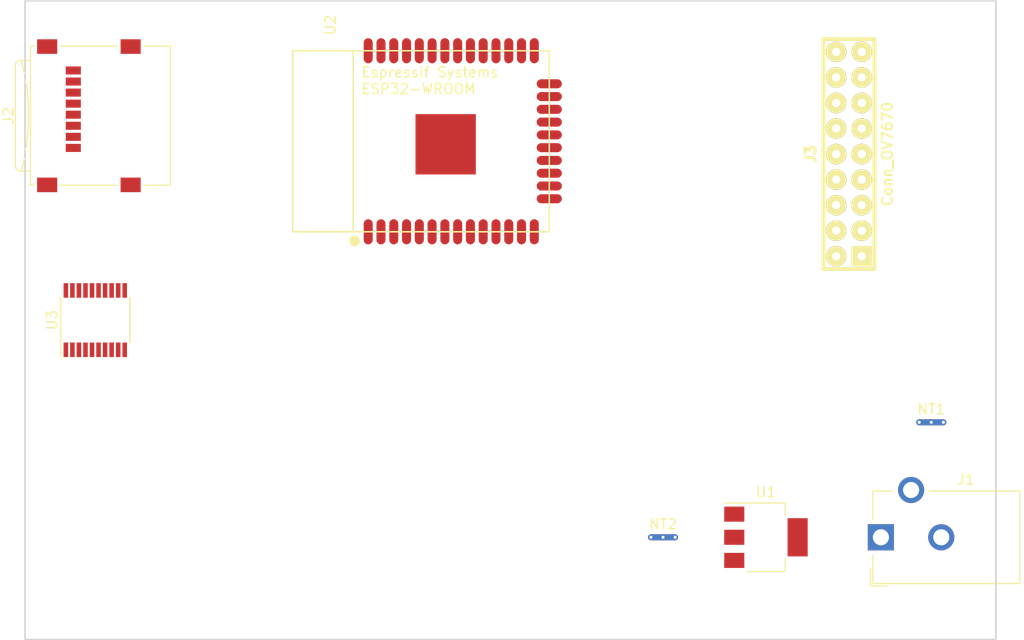
<source format=kicad_pcb>
(kicad_pcb (version 20171130) (host pcbnew 5.0.1-33cea8e~68~ubuntu18.04.1)

  (general
    (thickness 1.6)
    (drawings 1)
    (tracks 0)
    (zones 0)
    (modules 8)
    (nets 55)
  )

  (page A4)
  (layers
    (0 F.Cu signal)
    (31 B.Cu signal)
    (32 B.Adhes user)
    (33 F.Adhes user)
    (34 B.Paste user)
    (35 F.Paste user)
    (36 B.SilkS user)
    (37 F.SilkS user)
    (38 B.Mask user)
    (39 F.Mask user)
    (40 Dwgs.User user)
    (41 Cmts.User user)
    (42 Eco1.User user)
    (43 Eco2.User user)
    (44 Edge.Cuts user)
    (45 Margin user)
    (46 B.CrtYd user)
    (47 F.CrtYd user)
    (48 B.Fab user)
    (49 F.Fab user)
  )

  (setup
    (last_trace_width 0.25)
    (trace_clearance 0.2)
    (zone_clearance 0.508)
    (zone_45_only no)
    (trace_min 0.2)
    (segment_width 0.2)
    (edge_width 0.15)
    (via_size 0.8)
    (via_drill 0.4)
    (via_min_size 0.4)
    (via_min_drill 0.3)
    (uvia_size 0.3)
    (uvia_drill 0.1)
    (uvias_allowed no)
    (uvia_min_size 0.2)
    (uvia_min_drill 0.1)
    (pcb_text_width 0.3)
    (pcb_text_size 1.5 1.5)
    (mod_edge_width 0.15)
    (mod_text_size 1 1)
    (mod_text_width 0.15)
    (pad_size 1.524 1.524)
    (pad_drill 0.762)
    (pad_to_mask_clearance 0.051)
    (solder_mask_min_width 0.25)
    (aux_axis_origin 0 0)
    (visible_elements FFFFFF7F)
    (pcbplotparams
      (layerselection 0x010fc_ffffffff)
      (usegerberextensions false)
      (usegerberattributes false)
      (usegerberadvancedattributes false)
      (creategerberjobfile false)
      (excludeedgelayer true)
      (linewidth 0.100000)
      (plotframeref false)
      (viasonmask false)
      (mode 1)
      (useauxorigin false)
      (hpglpennumber 1)
      (hpglpenspeed 20)
      (hpglpendiameter 15.000000)
      (psnegative false)
      (psa4output false)
      (plotreference true)
      (plotvalue true)
      (plotinvisibletext false)
      (padsonsilk false)
      (subtractmaskfromsilk false)
      (outputformat 1)
      (mirror false)
      (drillshape 1)
      (scaleselection 1)
      (outputdirectory ""))
  )

  (net 0 "")
  (net 1 /MISO)
  (net 2 /SCK)
  (net 3 /MOSI)
  (net 4 /SS)
  (net 5 "Net-(J1-Pad1)")
  (net 6 GND)
  (net 7 GNDD)
  (net 8 GNDA)
  (net 9 +3V3)
  (net 10 +3.3VDAC)
  (net 11 "Net-(U2-Pad35)")
  (net 12 "Net-(U2-Pad34)")
  (net 13 "Net-(U2-Pad32)")
  (net 14 "Net-(U2-Pad25)")
  (net 15 "Net-(U2-Pad22)")
  (net 16 "Net-(U2-Pad21)")
  (net 17 "Net-(U2-Pad20)")
  (net 18 "Net-(U2-Pad19)")
  (net 19 "Net-(U2-Pad18)")
  (net 20 "Net-(U2-Pad17)")
  (net 21 "Net-(U2-Pad5)")
  (net 22 "Net-(U2-Pad4)")
  (net 23 "Net-(U2-Pad39)")
  (net 24 "Net-(U3-Pad1)")
  (net 25 "Net-(U3-Pad2)")
  (net 26 "Net-(U3-Pad3)")
  (net 27 "Net-(U3-Pad4)")
  (net 28 "Net-(U3-Pad5)")
  (net 29 "Net-(U3-Pad6)")
  (net 30 "Net-(U3-Pad7)")
  (net 31 "Net-(U3-Pad18)")
  (net 32 "Net-(J2-Pad9)")
  (net 33 "Net-(J2-Pad8)")
  (net 34 "Net-(J2-Pad1)")
  (net 35 "Net-(NT2-Pad3)")
  (net 36 /DIN)
  (net 37 /LCK)
  (net 38 /BCK)
  (net 39 /SIOC)
  (net 40 /SIOD)
  (net 41 /VS)
  (net 42 /HS)
  (net 43 /PCLK)
  (net 44 /XCLK)
  (net 45 /D7)
  (net 46 /D6)
  (net 47 /D5)
  (net 48 /D4)
  (net 49 /D3)
  (net 50 /D2)
  (net 51 /D1)
  (net 52 /D0)
  (net 53 /RESET)
  (net 54 /PWDN)

  (net_class Default "This is the default net class."
    (clearance 0.2)
    (trace_width 0.25)
    (via_dia 0.8)
    (via_drill 0.4)
    (uvia_dia 0.3)
    (uvia_drill 0.1)
    (add_net +3.3VDAC)
    (add_net +3V3)
    (add_net /BCK)
    (add_net /D0)
    (add_net /D1)
    (add_net /D2)
    (add_net /D3)
    (add_net /D4)
    (add_net /D5)
    (add_net /D6)
    (add_net /D7)
    (add_net /DIN)
    (add_net /HS)
    (add_net /LCK)
    (add_net /MISO)
    (add_net /MOSI)
    (add_net /PCLK)
    (add_net /PWDN)
    (add_net /RESET)
    (add_net /SCK)
    (add_net /SIOC)
    (add_net /SIOD)
    (add_net /SS)
    (add_net /VS)
    (add_net /XCLK)
    (add_net GND)
    (add_net GNDA)
    (add_net GNDD)
    (add_net "Net-(J1-Pad1)")
    (add_net "Net-(J2-Pad1)")
    (add_net "Net-(J2-Pad8)")
    (add_net "Net-(J2-Pad9)")
    (add_net "Net-(NT2-Pad3)")
    (add_net "Net-(U2-Pad17)")
    (add_net "Net-(U2-Pad18)")
    (add_net "Net-(U2-Pad19)")
    (add_net "Net-(U2-Pad20)")
    (add_net "Net-(U2-Pad21)")
    (add_net "Net-(U2-Pad22)")
    (add_net "Net-(U2-Pad25)")
    (add_net "Net-(U2-Pad32)")
    (add_net "Net-(U2-Pad34)")
    (add_net "Net-(U2-Pad35)")
    (add_net "Net-(U2-Pad39)")
    (add_net "Net-(U2-Pad4)")
    (add_net "Net-(U2-Pad5)")
    (add_net "Net-(U3-Pad1)")
    (add_net "Net-(U3-Pad18)")
    (add_net "Net-(U3-Pad2)")
    (add_net "Net-(U3-Pad3)")
    (add_net "Net-(U3-Pad4)")
    (add_net "Net-(U3-Pad5)")
    (add_net "Net-(U3-Pad6)")
    (add_net "Net-(U3-Pad7)")
  )

  (module Connector_BarrelJack:BarrelJack_CUI_PJ-102AH_Horizontal (layer F.Cu) (tedit 5A1DBF38) (tstamp 5C2EED9B)
    (at 199.39 104.14 90)
    (descr "Thin-pin DC Barrel Jack, https://cdn-shop.adafruit.com/datasheets/21mmdcjackDatasheet.pdf")
    (tags "Power Jack")
    (path /5BEB3DC5)
    (fp_text reference J1 (at 5.75 8.45 180) (layer F.SilkS)
      (effects (font (size 1 1) (thickness 0.15)))
    )
    (fp_text value Barrel_Jack (at -5.5 6.2 180) (layer F.Fab)
      (effects (font (size 1 1) (thickness 0.15)))
    )
    (fp_text user %R (at 0 6.5 90) (layer F.Fab)
      (effects (font (size 1 1) (thickness 0.15)))
    )
    (fp_line (start 1.8 -1.8) (end 1.8 -1.2) (layer F.CrtYd) (width 0.05))
    (fp_line (start 1.8 -1.2) (end 5 -1.2) (layer F.CrtYd) (width 0.05))
    (fp_line (start 5 -1.2) (end 5 1.2) (layer F.CrtYd) (width 0.05))
    (fp_line (start 5 1.2) (end 6.5 1.2) (layer F.CrtYd) (width 0.05))
    (fp_line (start 6.5 1.2) (end 6.5 4.8) (layer F.CrtYd) (width 0.05))
    (fp_line (start 6.5 4.8) (end 5 4.8) (layer F.CrtYd) (width 0.05))
    (fp_line (start 5 4.8) (end 5 14.2) (layer F.CrtYd) (width 0.05))
    (fp_line (start 5 14.2) (end -5 14.2) (layer F.CrtYd) (width 0.05))
    (fp_line (start -5 14.2) (end -5 -1.2) (layer F.CrtYd) (width 0.05))
    (fp_line (start -5 -1.2) (end -1.8 -1.2) (layer F.CrtYd) (width 0.05))
    (fp_line (start -1.8 -1.2) (end -1.8 -1.8) (layer F.CrtYd) (width 0.05))
    (fp_line (start -1.8 -1.8) (end 1.8 -1.8) (layer F.CrtYd) (width 0.05))
    (fp_line (start 4.6 4.8) (end 4.6 13.8) (layer F.SilkS) (width 0.12))
    (fp_line (start 4.6 13.8) (end -4.6 13.8) (layer F.SilkS) (width 0.12))
    (fp_line (start -4.6 13.8) (end -4.6 -0.8) (layer F.SilkS) (width 0.12))
    (fp_line (start -4.6 -0.8) (end -1.8 -0.8) (layer F.SilkS) (width 0.12))
    (fp_line (start 1.8 -0.8) (end 4.6 -0.8) (layer F.SilkS) (width 0.12))
    (fp_line (start 4.6 -0.8) (end 4.6 1.2) (layer F.SilkS) (width 0.12))
    (fp_line (start -4.84 0.7) (end -4.84 -1.04) (layer F.SilkS) (width 0.12))
    (fp_line (start -4.84 -1.04) (end -3.1 -1.04) (layer F.SilkS) (width 0.12))
    (fp_line (start 4.5 -0.7) (end 4.5 13.7) (layer F.Fab) (width 0.1))
    (fp_line (start 4.5 13.7) (end -4.5 13.7) (layer F.Fab) (width 0.1))
    (fp_line (start -4.5 13.7) (end -4.5 0.3) (layer F.Fab) (width 0.1))
    (fp_line (start -4.5 0.3) (end -3.5 -0.7) (layer F.Fab) (width 0.1))
    (fp_line (start -3.5 -0.7) (end 4.5 -0.7) (layer F.Fab) (width 0.1))
    (fp_line (start -4.5 10.2) (end 4.5 10.2) (layer F.Fab) (width 0.1))
    (pad 1 thru_hole rect (at 0 0 90) (size 2.6 2.6) (drill 1.6) (layers *.Cu *.Mask)
      (net 5 "Net-(J1-Pad1)"))
    (pad 2 thru_hole circle (at 0 6 90) (size 2.6 2.6) (drill 1.6) (layers *.Cu *.Mask)
      (net 6 GND))
    (pad 3 thru_hole circle (at 4.7 3 90) (size 2.6 2.6) (drill 1.6) (layers *.Cu *.Mask))
    (model ${KISYS3DMOD}/Connector_BarrelJack.3dshapes/BarrelJack_CUI_PJ-102AH_Horizontal.wrl
      (at (xyz 0 0 0))
      (scale (xyz 1 1 1))
      (rotate (xyz 0 0 0))
    )
  )

  (module Connector_Card:microSD_HC_Wuerth_693072010801 (layer F.Cu) (tedit 5A1DBFB5) (tstamp 5C2EEDCA)
    (at 120.65 62.23 90)
    (descr http://katalog.we-online.de/em/datasheet/693072010801.pdf)
    (tags "Micro SD Wuerth Wurth Würth")
    (path /5BEAA034)
    (attr smd)
    (fp_text reference J2 (at 0 -7.99 90) (layer F.SilkS)
      (effects (font (size 1 1) (thickness 0.15)))
    )
    (fp_text value Micro_SD_Card (at 0 9.22 90) (layer F.Fab)
      (effects (font (size 1 1) (thickness 0.15)))
    )
    (fp_text user %R (at 0 1.15 90) (layer F.Fab)
      (effects (font (size 1 1) (thickness 0.15)))
    )
    (fp_line (start -6.8 8) (end 6.8 8) (layer F.Fab) (width 0.1))
    (fp_line (start -6.8 -5.7) (end -6.8 8) (layer F.Fab) (width 0.1))
    (fp_line (start 6.8 -5.7) (end -6.8 -5.7) (layer F.Fab) (width 0.1))
    (fp_line (start 6.8 8) (end 6.8 -5.7) (layer F.Fab) (width 0.1))
    (fp_line (start 5 -6.61) (end 5.5 -6.71) (layer F.SilkS) (width 0.12))
    (fp_line (start 3.7 -6.31) (end 5 -6.61) (layer F.SilkS) (width 0.12))
    (fp_line (start 2.2 -6.11) (end 3.7 -6.31) (layer F.SilkS) (width 0.12))
    (fp_line (start 0.9 -6.01) (end 2.2 -6.11) (layer F.SilkS) (width 0.12))
    (fp_line (start -0.9 -6.01) (end 0.9 -6.01) (layer F.SilkS) (width 0.12))
    (fp_line (start -2.2 -6.11) (end -0.9 -6.01) (layer F.SilkS) (width 0.12))
    (fp_line (start -3 -6.21) (end -2.2 -6.11) (layer F.SilkS) (width 0.12))
    (fp_line (start -4.7 -6.51) (end -3 -6.21) (layer F.SilkS) (width 0.12))
    (fp_line (start -5.5 -6.71) (end -4.7 -6.51) (layer F.SilkS) (width 0.12))
    (fp_line (start -5 -7.31) (end 5 -7.31) (layer F.SilkS) (width 0.12))
    (fp_line (start -5.5 -5.81) (end -5.5 -6.81) (layer F.SilkS) (width 0.12))
    (fp_line (start 5.5 -5.81) (end 5.5 -6.81) (layer F.SilkS) (width 0.12))
    (fp_line (start -6.91 -5.81) (end 6.91 -5.81) (layer F.SilkS) (width 0.12))
    (fp_line (start 6.91 8.11) (end -6.91 8.11) (layer F.SilkS) (width 0.12))
    (fp_line (start 6.91 5.41) (end 6.91 8.11) (layer F.SilkS) (width 0.12))
    (fp_line (start 6.91 -5.81) (end 6.91 -5.41) (layer F.SilkS) (width 0.12))
    (fp_line (start 6.91 -2.89) (end 6.91 2.89) (layer F.SilkS) (width 0.12))
    (fp_line (start -6.91 5.41) (end -6.91 8.11) (layer F.SilkS) (width 0.12))
    (fp_line (start -6.91 -2.89) (end -6.91 2.89) (layer F.SilkS) (width 0.12))
    (fp_line (start -6.91 -5.81) (end -6.91 -5.41) (layer F.SilkS) (width 0.12))
    (fp_line (start 8.08 -6.2) (end 8.08 8.5) (layer F.CrtYd) (width 0.05))
    (fp_line (start 8.08 -6.2) (end -8.08 -6.2) (layer F.CrtYd) (width 0.05))
    (fp_line (start 8.08 8.5) (end -8.08 8.5) (layer F.CrtYd) (width 0.05))
    (fp_line (start -8.08 -6.2) (end -8.08 8.5) (layer F.CrtYd) (width 0.05))
    (fp_arc (start 5 -6.81) (end 5 -7.31) (angle 90) (layer F.SilkS) (width 0.12))
    (fp_arc (start -5 -6.81) (end -5.5 -6.81) (angle 90) (layer F.SilkS) (width 0.12))
    (pad 9 smd rect (at 6.875 -4.15 90) (size 1.45 2) (layers F.Cu F.Paste F.Mask)
      (net 32 "Net-(J2-Pad9)"))
    (pad 9 smd rect (at -6.875 -4.15 90) (size 1.45 2) (layers F.Cu F.Paste F.Mask)
      (net 32 "Net-(J2-Pad9)"))
    (pad 9 smd rect (at -6.875 4.15 90) (size 1.45 2) (layers F.Cu F.Paste F.Mask)
      (net 32 "Net-(J2-Pad9)"))
    (pad 9 smd rect (at 6.875 4.15 90) (size 1.45 2) (layers F.Cu F.Paste F.Mask)
      (net 32 "Net-(J2-Pad9)"))
    (pad 8 smd rect (at 4.5 -1.55 90) (size 0.8 1.5) (layers F.Cu F.Paste F.Mask)
      (net 33 "Net-(J2-Pad8)"))
    (pad 7 smd rect (at 3.4 -1.55 90) (size 0.8 1.5) (layers F.Cu F.Paste F.Mask)
      (net 1 /MISO))
    (pad 6 smd rect (at 2.3 -1.55 90) (size 0.8 1.5) (layers F.Cu F.Paste F.Mask)
      (net 7 GNDD))
    (pad 5 smd rect (at 1.2 -1.55 90) (size 0.8 1.5) (layers F.Cu F.Paste F.Mask)
      (net 2 /SCK))
    (pad 4 smd rect (at 0.1 -1.55 90) (size 0.8 1.5) (layers F.Cu F.Paste F.Mask)
      (net 9 +3V3))
    (pad 3 smd rect (at -1 -1.55 90) (size 0.8 1.5) (layers F.Cu F.Paste F.Mask)
      (net 3 /MOSI))
    (pad 2 smd rect (at -2.1 -1.55 90) (size 0.8 1.5) (layers F.Cu F.Paste F.Mask)
      (net 4 /SS))
    (pad 1 smd rect (at -3.2 -1.55 90) (size 0.8 1.5) (layers F.Cu F.Paste F.Mask)
      (net 34 "Net-(J2-Pad1)"))
    (model ${KISYS3DMOD}/Connector_Card.3dshapes/microSD_HC_Wuerth_693072010801.wrl
      (offset (xyz 0 -1.149999983968733 0))
      (scale (xyz 1 1 1))
      (rotate (xyz 0 0 0))
    )
  )

  (module pin_array_2x9:pin_array_9x2 (layer F.Cu) (tedit 51BE4AF2) (tstamp 5C2EEDE4)
    (at 196.215 66.04 90)
    (descr "Double rangee de contacts 2 x 9 pins")
    (tags CONN)
    (path /5BEE9BAC)
    (fp_text reference J3 (at 0 -3.81 90) (layer F.SilkS)
      (effects (font (size 1.016 1.016) (thickness 0.254)))
    )
    (fp_text value Conn_OV7670 (at 0 3.81 90) (layer F.SilkS)
      (effects (font (size 1.016 1.016) (thickness 0.2032)))
    )
    (fp_line (start -11.43 2.54) (end 11.43 2.54) (layer F.SilkS) (width 0.381))
    (fp_line (start 11.43 -2.54) (end -11.43 -2.54) (layer F.SilkS) (width 0.381))
    (fp_line (start -11.43 -2.54) (end -11.43 2.54) (layer F.SilkS) (width 0.381))
    (fp_line (start 11.43 2.54) (end 11.43 -2.54) (layer F.SilkS) (width 0.381))
    (pad 1 thru_hole rect (at -10.16 1.27 90) (size 2.032 2.032) (drill 0.8128) (layers *.Cu *.Mask F.SilkS)
      (net 9 +3V3))
    (pad 2 thru_hole circle (at -10.16 -1.27 90) (size 2.032 2.032) (drill 0.8128) (layers *.Cu *.Mask F.SilkS)
      (net 7 GNDD))
    (pad 3 thru_hole circle (at -7.62 1.27 90) (size 2.032 2.032) (drill 0.8128) (layers *.Cu *.Mask F.SilkS)
      (net 39 /SIOC))
    (pad 4 thru_hole circle (at -7.62 -1.27 90) (size 2.032 2.032) (drill 0.8128) (layers *.Cu *.Mask F.SilkS)
      (net 40 /SIOD))
    (pad 5 thru_hole circle (at -5.08 1.27 90) (size 2.032 2.032) (drill 0.8128) (layers *.Cu *.Mask F.SilkS)
      (net 41 /VS))
    (pad 6 thru_hole circle (at -5.08 -1.27 90) (size 2.032 2.032) (drill 0.8128) (layers *.Cu *.Mask F.SilkS)
      (net 42 /HS))
    (pad 7 thru_hole circle (at -2.54 1.27 90) (size 2.032 2.032) (drill 0.8128) (layers *.Cu *.Mask F.SilkS)
      (net 43 /PCLK))
    (pad 8 thru_hole circle (at -2.54 -1.27 90) (size 2.032 2.032) (drill 0.8128) (layers *.Cu *.Mask F.SilkS)
      (net 44 /XCLK))
    (pad 9 thru_hole circle (at 0 1.27 90) (size 2.032 2.032) (drill 0.8128) (layers *.Cu *.Mask F.SilkS)
      (net 45 /D7))
    (pad 10 thru_hole circle (at 0 -1.27 90) (size 2.032 2.032) (drill 0.8128) (layers *.Cu *.Mask F.SilkS)
      (net 46 /D6))
    (pad 11 thru_hole circle (at 2.54 1.27 90) (size 2.032 2.032) (drill 0.8128) (layers *.Cu *.Mask F.SilkS)
      (net 47 /D5))
    (pad 12 thru_hole circle (at 2.54 -1.27 90) (size 2.032 2.032) (drill 0.8128) (layers *.Cu *.Mask F.SilkS)
      (net 48 /D4))
    (pad 13 thru_hole circle (at 5.08 1.27 90) (size 2.032 2.032) (drill 0.8128) (layers *.Cu *.Mask F.SilkS)
      (net 49 /D3))
    (pad 14 thru_hole circle (at 5.08 -1.27 90) (size 2.032 2.032) (drill 0.8128) (layers *.Cu *.Mask F.SilkS)
      (net 50 /D2))
    (pad 15 thru_hole circle (at 7.62 1.27 90) (size 2.032 2.032) (drill 0.8128) (layers *.Cu *.Mask F.SilkS)
      (net 51 /D1))
    (pad 16 thru_hole circle (at 7.62 -1.27 90) (size 2.032 2.032) (drill 0.8128) (layers *.Cu *.Mask F.SilkS)
      (net 52 /D0))
    (pad 17 thru_hole circle (at 10.16 1.27 90) (size 2.032 2.032) (drill 0.8128) (layers *.Cu *.Mask F.SilkS)
      (net 53 /RESET))
    (pad 18 thru_hole circle (at 10.16 -1.27 90) (size 2.032 2.032) (drill 0.8128) (layers *.Cu *.Mask F.SilkS)
      (net 54 /PWDN))
    (model pin_array/pins_array_12x2.wrl
      (at (xyz 0 0 0))
      (scale (xyz 1 1 1))
      (rotate (xyz 0 0 0))
    )
  )

  (module NetTie:NetTie-3_THT_Pad0.3mm (layer F.Cu) (tedit 5A1CFE3F) (tstamp 5C2EEDF1)
    (at 203.2 92.71)
    (descr "Net tie, 3 pin, 0.3mm round THT pads")
    (tags "net tie")
    (path /5BEB8F5C)
    (attr virtual)
    (fp_text reference NT1 (at 1.2 -1.3) (layer F.SilkS)
      (effects (font (size 1 1) (thickness 0.15)))
    )
    (fp_text value Net-GND (at 1.2 1.3) (layer F.Fab)
      (effects (font (size 1 1) (thickness 0.15)))
    )
    (fp_poly (pts (xy 0 -0.3) (xy 2.4 -0.3) (xy 2.4 0.3) (xy 0 0.3)) (layer F.Cu) (width 0))
    (fp_poly (pts (xy 0 -0.3) (xy 2.4 -0.3) (xy 2.4 0.3) (xy 0 0.3)) (layer B.Cu) (width 0))
    (fp_line (start -0.55 0.55) (end -0.55 -0.55) (layer F.CrtYd) (width 0.05))
    (fp_line (start 2.95 0.55) (end -0.55 0.55) (layer F.CrtYd) (width 0.05))
    (fp_line (start 2.95 -0.55) (end 2.95 0.55) (layer F.CrtYd) (width 0.05))
    (fp_line (start -0.55 -0.55) (end 2.95 -0.55) (layer F.CrtYd) (width 0.05))
    (pad 1 thru_hole circle (at 0 0) (size 0.6 0.6) (drill 0.3) (layers *.Cu)
      (net 8 GNDA))
    (pad 2 thru_hole circle (at 1.2 0) (size 0.6 0.6) (drill 0.3) (layers *.Cu)
      (net 7 GNDD))
    (pad 3 thru_hole circle (at 2.4 0) (size 0.6 0.6) (drill 0.3) (layers *.Cu)
      (net 6 GND))
  )

  (module NetTie:NetTie-3_THT_Pad0.3mm (layer F.Cu) (tedit 5A1CFE3F) (tstamp 5C2EEDFE)
    (at 176.53 104.14)
    (descr "Net tie, 3 pin, 0.3mm round THT pads")
    (tags "net tie")
    (path /5BEBECB7)
    (attr virtual)
    (fp_text reference NT2 (at 1.2 -1.3) (layer F.SilkS)
      (effects (font (size 1 1) (thickness 0.15)))
    )
    (fp_text value Net-VCC (at 1.2 1.3) (layer F.Fab)
      (effects (font (size 1 1) (thickness 0.15)))
    )
    (fp_line (start -0.55 -0.55) (end 2.95 -0.55) (layer F.CrtYd) (width 0.05))
    (fp_line (start 2.95 -0.55) (end 2.95 0.55) (layer F.CrtYd) (width 0.05))
    (fp_line (start 2.95 0.55) (end -0.55 0.55) (layer F.CrtYd) (width 0.05))
    (fp_line (start -0.55 0.55) (end -0.55 -0.55) (layer F.CrtYd) (width 0.05))
    (fp_poly (pts (xy 0 -0.3) (xy 2.4 -0.3) (xy 2.4 0.3) (xy 0 0.3)) (layer B.Cu) (width 0))
    (fp_poly (pts (xy 0 -0.3) (xy 2.4 -0.3) (xy 2.4 0.3) (xy 0 0.3)) (layer F.Cu) (width 0))
    (pad 3 thru_hole circle (at 2.4 0) (size 0.6 0.6) (drill 0.3) (layers *.Cu)
      (net 35 "Net-(NT2-Pad3)"))
    (pad 2 thru_hole circle (at 1.2 0) (size 0.6 0.6) (drill 0.3) (layers *.Cu)
      (net 10 +3.3VDAC))
    (pad 1 thru_hole circle (at 0 0) (size 0.6 0.6) (drill 0.3) (layers *.Cu)
      (net 9 +3V3))
  )

  (module Package_TO_SOT_SMD:SOT-223-3_TabPin2 (layer F.Cu) (tedit 5A02FF57) (tstamp 5C2EF489)
    (at 187.96 104.14)
    (descr "module CMS SOT223 4 pins")
    (tags "CMS SOT")
    (path /5BEAA468)
    (attr smd)
    (fp_text reference U1 (at 0 -4.5) (layer F.SilkS)
      (effects (font (size 1 1) (thickness 0.15)))
    )
    (fp_text value NCP1117-3.3_SOT223 (at 0 4.5) (layer F.Fab)
      (effects (font (size 1 1) (thickness 0.15)))
    )
    (fp_text user %R (at -0.975001 1.694999 90) (layer F.Fab)
      (effects (font (size 0.8 0.8) (thickness 0.12)))
    )
    (fp_line (start 1.91 3.41) (end 1.91 2.15) (layer F.SilkS) (width 0.12))
    (fp_line (start 1.91 -3.41) (end 1.91 -2.15) (layer F.SilkS) (width 0.12))
    (fp_line (start 4.4 -3.6) (end -4.4 -3.6) (layer F.CrtYd) (width 0.05))
    (fp_line (start 4.4 3.6) (end 4.4 -3.6) (layer F.CrtYd) (width 0.05))
    (fp_line (start -4.4 3.6) (end 4.4 3.6) (layer F.CrtYd) (width 0.05))
    (fp_line (start -4.4 -3.6) (end -4.4 3.6) (layer F.CrtYd) (width 0.05))
    (fp_line (start -1.85 -2.35) (end -0.85 -3.35) (layer F.Fab) (width 0.1))
    (fp_line (start -1.85 -2.35) (end -1.85 3.35) (layer F.Fab) (width 0.1))
    (fp_line (start -1.85 3.41) (end 1.91 3.41) (layer F.SilkS) (width 0.12))
    (fp_line (start -0.85 -3.35) (end 1.85 -3.35) (layer F.Fab) (width 0.1))
    (fp_line (start -4.1 -3.41) (end 1.91 -3.41) (layer F.SilkS) (width 0.12))
    (fp_line (start -1.85 3.35) (end 1.85 3.35) (layer F.Fab) (width 0.1))
    (fp_line (start 1.85 -3.35) (end 1.85 3.35) (layer F.Fab) (width 0.1))
    (pad 2 smd rect (at 3.15 0) (size 2 3.8) (layers F.Cu F.Paste F.Mask)
      (net 35 "Net-(NT2-Pad3)"))
    (pad 2 smd rect (at -3.15 0) (size 2 1.5) (layers F.Cu F.Paste F.Mask)
      (net 35 "Net-(NT2-Pad3)"))
    (pad 3 smd rect (at -3.15 2.3) (size 2 1.5) (layers F.Cu F.Paste F.Mask)
      (net 5 "Net-(J1-Pad1)"))
    (pad 1 smd rect (at -3.15 -2.3) (size 2 1.5) (layers F.Cu F.Paste F.Mask)
      (net 6 GND))
    (model ${KISYS3DMOD}/Package_TO_SOT_SMD.3dshapes/SOT-223.wrl
      (at (xyz 0 0 0))
      (scale (xyz 1 1 1))
      (rotate (xyz 0 0 0))
    )
  )

  (module ESP32-footprints-Lib:ESP32-WROOM (layer F.Cu) (tedit 57D08EA8) (tstamp 5C2EEE47)
    (at 153.67 64.77 270)
    (path /5BEA9C22)
    (fp_text reference U2 (at -11.557 9.017 270) (layer F.SilkS)
      (effects (font (size 1 1) (thickness 0.15)))
    )
    (fp_text value ESP32-WROOM (at 5.715 14.224 270) (layer F.Fab)
      (effects (font (size 1 1) (thickness 0.15)))
    )
    (fp_text user "Espressif Systems" (at -6.858 -0.889) (layer F.SilkS)
      (effects (font (size 1 1) (thickness 0.15)))
    )
    (fp_circle (center 9.906 6.604) (end 10.033 6.858) (layer F.SilkS) (width 0.5))
    (fp_text user ESP32-WROOM (at -5.207 0.254) (layer F.SilkS)
      (effects (font (size 1 1) (thickness 0.15)))
    )
    (fp_line (start -9 6.75) (end 9 6.75) (layer F.SilkS) (width 0.15))
    (fp_line (start 9 12.75) (end 9 -12.75) (layer F.SilkS) (width 0.15))
    (fp_line (start -9 12.75) (end -9 -12.75) (layer F.SilkS) (width 0.15))
    (fp_line (start -9 -12.75) (end 9 -12.75) (layer F.SilkS) (width 0.15))
    (fp_line (start -9 12.75) (end 9 12.75) (layer F.SilkS) (width 0.15))
    (pad 38 smd oval (at -9 5.25 270) (size 2.5 0.9) (layers F.Cu F.Paste F.Mask)
      (net 7 GNDD))
    (pad 37 smd oval (at -9 3.98 270) (size 2.5 0.9) (layers F.Cu F.Paste F.Mask)
      (net 3 /MOSI))
    (pad 36 smd oval (at -9 2.71 270) (size 2.5 0.9) (layers F.Cu F.Paste F.Mask)
      (net 39 /SIOC))
    (pad 35 smd oval (at -9 1.44 270) (size 2.5 0.9) (layers F.Cu F.Paste F.Mask)
      (net 11 "Net-(U2-Pad35)"))
    (pad 34 smd oval (at -9 0.17 270) (size 2.5 0.9) (layers F.Cu F.Paste F.Mask)
      (net 12 "Net-(U2-Pad34)"))
    (pad 33 smd oval (at -9 -1.1 270) (size 2.5 0.9) (layers F.Cu F.Paste F.Mask)
      (net 40 /SIOD))
    (pad 32 smd oval (at -9 -2.37 270) (size 2.5 0.9) (layers F.Cu F.Paste F.Mask)
      (net 13 "Net-(U2-Pad32)"))
    (pad 31 smd oval (at -9 -3.64 270) (size 2.5 0.9) (layers F.Cu F.Paste F.Mask)
      (net 1 /MISO))
    (pad 30 smd oval (at -9 -4.91 270) (size 2.5 0.9) (layers F.Cu F.Paste F.Mask)
      (net 2 /SCK))
    (pad 29 smd oval (at -9 -6.18 270) (size 2.5 0.9) (layers F.Cu F.Paste F.Mask)
      (net 4 /SS))
    (pad 28 smd oval (at -9 -7.45 270) (size 2.5 0.9) (layers F.Cu F.Paste F.Mask)
      (net 51 /D1))
    (pad 27 smd oval (at -9 -8.72 270) (size 2.5 0.9) (layers F.Cu F.Paste F.Mask)
      (net 50 /D2))
    (pad 26 smd oval (at -9 -9.99 270) (size 2.5 0.9) (layers F.Cu F.Paste F.Mask)
      (net 45 /D7))
    (pad 25 smd oval (at -9 -11.26 270) (size 2.5 0.9) (layers F.Cu F.Paste F.Mask)
      (net 14 "Net-(U2-Pad25)"))
    (pad 24 smd oval (at -5.715 -12.75 270) (size 0.9 2.5) (layers F.Cu F.Paste F.Mask)
      (net 36 /DIN))
    (pad 23 smd oval (at -4.445 -12.75 270) (size 0.9 2.5) (layers F.Cu F.Paste F.Mask)
      (net 49 /D3))
    (pad 22 smd oval (at -3.175 -12.75 270) (size 0.9 2.5) (layers F.Cu F.Paste F.Mask)
      (net 15 "Net-(U2-Pad22)"))
    (pad 21 smd oval (at -1.905 -12.75 270) (size 0.9 2.5) (layers F.Cu F.Paste F.Mask)
      (net 16 "Net-(U2-Pad21)"))
    (pad 20 smd oval (at -0.635 -12.75 270) (size 0.9 2.5) (layers F.Cu F.Paste F.Mask)
      (net 17 "Net-(U2-Pad20)"))
    (pad 19 smd oval (at 0.635 -12.75 270) (size 0.9 2.5) (layers F.Cu F.Paste F.Mask)
      (net 18 "Net-(U2-Pad19)"))
    (pad 18 smd oval (at 1.905 -12.75 270) (size 0.9 2.5) (layers F.Cu F.Paste F.Mask)
      (net 19 "Net-(U2-Pad18)"))
    (pad 17 smd oval (at 3.175 -12.75 270) (size 0.9 2.5) (layers F.Cu F.Paste F.Mask)
      (net 20 "Net-(U2-Pad17)"))
    (pad 16 smd oval (at 4.445 -12.75 270) (size 0.9 2.5) (layers F.Cu F.Paste F.Mask)
      (net 47 /D5))
    (pad 15 smd oval (at 5.715 -12.75 270) (size 0.9 2.5) (layers F.Cu F.Paste F.Mask)
      (net 7 GNDD))
    (pad 14 smd oval (at 9 -11.26 270) (size 2.5 0.9) (layers F.Cu F.Paste F.Mask)
      (net 46 /D6))
    (pad 13 smd oval (at 9 -9.99 270) (size 2.5 0.9) (layers F.Cu F.Paste F.Mask)
      (net 48 /D4))
    (pad 12 smd oval (at 9 -8.72 270) (size 2.5 0.9) (layers F.Cu F.Paste F.Mask)
      (net 52 /D0))
    (pad 11 smd oval (at 9 -7.45 270) (size 2.5 0.9) (layers F.Cu F.Paste F.Mask)
      (net 37 /LCK))
    (pad 10 smd oval (at 9 -6.18 270) (size 2.5 0.9) (layers F.Cu F.Paste F.Mask)
      (net 38 /BCK))
    (pad 9 smd oval (at 9 -4.91 270) (size 2.5 0.9) (layers F.Cu F.Paste F.Mask)
      (net 43 /PCLK))
    (pad 8 smd oval (at 9 -3.64 270) (size 2.5 0.9) (layers F.Cu F.Paste F.Mask)
      (net 44 /XCLK))
    (pad 7 smd oval (at 9 -2.37 270) (size 2.5 0.9) (layers F.Cu F.Paste F.Mask)
      (net 42 /HS))
    (pad 6 smd oval (at 9 -1.1 270) (size 2.5 0.9) (layers F.Cu F.Paste F.Mask)
      (net 41 /VS))
    (pad 5 smd oval (at 9 0.17 270) (size 2.5 0.9) (layers F.Cu F.Paste F.Mask)
      (net 21 "Net-(U2-Pad5)"))
    (pad 4 smd oval (at 9 1.44 270) (size 2.5 0.9) (layers F.Cu F.Paste F.Mask)
      (net 22 "Net-(U2-Pad4)"))
    (pad 3 smd oval (at 9 2.71 270) (size 2.5 0.9) (layers F.Cu F.Paste F.Mask)
      (net 9 +3V3))
    (pad 2 smd oval (at 9 3.98 270) (size 2.5 0.9) (layers F.Cu F.Paste F.Mask)
      (net 9 +3V3))
    (pad 1 smd oval (at 9 5.25 270) (size 2.5 0.9) (layers F.Cu F.Paste F.Mask)
      (net 7 GNDD))
    (pad 39 smd rect (at 0.3 -2.45 270) (size 6 6) (layers F.Cu F.Paste F.Mask)
      (net 23 "Net-(U2-Pad39)"))
  )

  (module Package_SO:TSSOP-20_4.4x6.5mm_P0.65mm (layer F.Cu) (tedit 5A02F25C) (tstamp 5C2EF25A)
    (at 121.285 82.55 90)
    (descr "20-Lead Plastic Thin Shrink Small Outline (ST)-4.4 mm Body [TSSOP] (see Microchip Packaging Specification 00000049BS.pdf)")
    (tags "SSOP 0.65")
    (path /5BEAA233)
    (attr smd)
    (fp_text reference U3 (at 0 -4.3 90) (layer F.SilkS)
      (effects (font (size 1 1) (thickness 0.15)))
    )
    (fp_text value PCM5100 (at 0 4.3 90) (layer F.Fab)
      (effects (font (size 1 1) (thickness 0.15)))
    )
    (fp_line (start -1.2 -3.25) (end 2.2 -3.25) (layer F.Fab) (width 0.15))
    (fp_line (start 2.2 -3.25) (end 2.2 3.25) (layer F.Fab) (width 0.15))
    (fp_line (start 2.2 3.25) (end -2.2 3.25) (layer F.Fab) (width 0.15))
    (fp_line (start -2.2 3.25) (end -2.2 -2.25) (layer F.Fab) (width 0.15))
    (fp_line (start -2.2 -2.25) (end -1.2 -3.25) (layer F.Fab) (width 0.15))
    (fp_line (start -3.95 -3.55) (end -3.95 3.55) (layer F.CrtYd) (width 0.05))
    (fp_line (start 3.95 -3.55) (end 3.95 3.55) (layer F.CrtYd) (width 0.05))
    (fp_line (start -3.95 -3.55) (end 3.95 -3.55) (layer F.CrtYd) (width 0.05))
    (fp_line (start -3.95 3.55) (end 3.95 3.55) (layer F.CrtYd) (width 0.05))
    (fp_line (start -2.225 3.45) (end 2.225 3.45) (layer F.SilkS) (width 0.15))
    (fp_line (start -3.75 -3.45) (end 2.225 -3.45) (layer F.SilkS) (width 0.15))
    (fp_text user %R (at 0 0 90) (layer F.Fab)
      (effects (font (size 0.8 0.8) (thickness 0.15)))
    )
    (pad 1 smd rect (at -2.95 -2.925 90) (size 1.45 0.45) (layers F.Cu F.Paste F.Mask)
      (net 24 "Net-(U3-Pad1)"))
    (pad 2 smd rect (at -2.95 -2.275 90) (size 1.45 0.45) (layers F.Cu F.Paste F.Mask)
      (net 25 "Net-(U3-Pad2)"))
    (pad 3 smd rect (at -2.95 -1.625 90) (size 1.45 0.45) (layers F.Cu F.Paste F.Mask)
      (net 26 "Net-(U3-Pad3)"))
    (pad 4 smd rect (at -2.95 -0.975 90) (size 1.45 0.45) (layers F.Cu F.Paste F.Mask)
      (net 27 "Net-(U3-Pad4)"))
    (pad 5 smd rect (at -2.95 -0.325 90) (size 1.45 0.45) (layers F.Cu F.Paste F.Mask)
      (net 28 "Net-(U3-Pad5)"))
    (pad 6 smd rect (at -2.95 0.325 90) (size 1.45 0.45) (layers F.Cu F.Paste F.Mask)
      (net 29 "Net-(U3-Pad6)"))
    (pad 7 smd rect (at -2.95 0.975 90) (size 1.45 0.45) (layers F.Cu F.Paste F.Mask)
      (net 30 "Net-(U3-Pad7)"))
    (pad 8 smd rect (at -2.95 1.625 90) (size 1.45 0.45) (layers F.Cu F.Paste F.Mask)
      (net 8 GNDA))
    (pad 9 smd rect (at -2.95 2.275 90) (size 1.45 0.45) (layers F.Cu F.Paste F.Mask)
      (net 10 +3.3VDAC))
    (pad 10 smd rect (at -2.95 2.925 90) (size 1.45 0.45) (layers F.Cu F.Paste F.Mask)
      (net 8 GNDA))
    (pad 11 smd rect (at 2.95 2.925 90) (size 1.45 0.45) (layers F.Cu F.Paste F.Mask)
      (net 8 GNDA))
    (pad 12 smd rect (at 2.95 2.275 90) (size 1.45 0.45) (layers F.Cu F.Paste F.Mask)
      (net 8 GNDA))
    (pad 13 smd rect (at 2.95 1.625 90) (size 1.45 0.45) (layers F.Cu F.Paste F.Mask)
      (net 38 /BCK))
    (pad 14 smd rect (at 2.95 0.975 90) (size 1.45 0.45) (layers F.Cu F.Paste F.Mask)
      (net 36 /DIN))
    (pad 15 smd rect (at 2.95 0.325 90) (size 1.45 0.45) (layers F.Cu F.Paste F.Mask)
      (net 37 /LCK))
    (pad 16 smd rect (at 2.95 -0.325 90) (size 1.45 0.45) (layers F.Cu F.Paste F.Mask)
      (net 8 GNDA))
    (pad 17 smd rect (at 2.95 -0.975 90) (size 1.45 0.45) (layers F.Cu F.Paste F.Mask)
      (net 10 +3.3VDAC))
    (pad 18 smd rect (at 2.95 -1.625 90) (size 1.45 0.45) (layers F.Cu F.Paste F.Mask)
      (net 31 "Net-(U3-Pad18)"))
    (pad 19 smd rect (at 2.95 -2.275 90) (size 1.45 0.45) (layers F.Cu F.Paste F.Mask)
      (net 10 +3.3VDAC))
    (pad 20 smd rect (at 2.95 -2.925 90) (size 1.45 0.45) (layers F.Cu F.Paste F.Mask)
      (net 8 GNDA))
    (model ${KISYS3DMOD}/Package_SO.3dshapes/TSSOP-20_4.4x6.5mm_P0.65mm.wrl
      (at (xyz 0 0 0))
      (scale (xyz 1 1 1))
      (rotate (xyz 0 0 0))
    )
  )

  (gr_poly (pts (xy 114.3 50.8) (xy 114.3 114.3) (xy 210.82 114.3) (xy 210.82 50.8)) (layer Edge.Cuts) (width 0.15))

)

</source>
